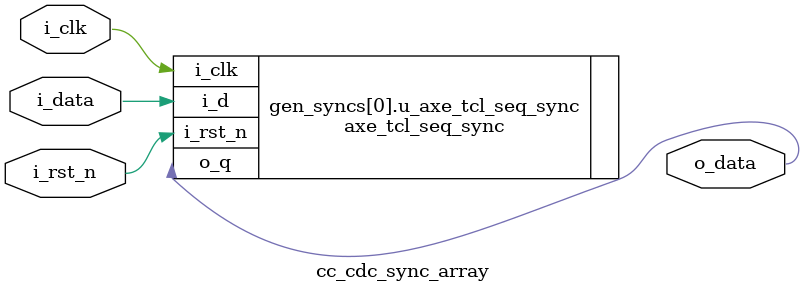
<source format=sv>


module cc_cdc_sync_array #(
  /// The number of synchronization stages for all synchronizers
  parameter int unsigned SyncStages = 1,
  /// The array width
  parameter int unsigned Width = 1,
  /// The reset state for the sync cells
  parameter logic[Width-1:0] ResetValues = '0
)(
  /// Clock, positive edge triggered
  input  wire             i_clk,
  // doc async
  /// Asynchronous reset, active low
  input  wire             i_rst_n,
  /// Asynchronous data to be synched to 'i_clk'
  input  logic[Width-1:0] i_data,
  /// Synchronized data
  output logic[Width-1:0] o_data
);
  // Parameter checks
  if (Width == 0) $fatal(1, "Parameter: 'Width' must be greater than 0;");

  for (genvar i = 0; unsigned'(i) < Width; i++) begin : gen_syncs
    axe_tcl_seq_sync #(
      .SyncStages(SyncStages),
      .ResetValue(ResetValues[i])
    ) u_axe_tcl_seq_sync (
      .i_clk,
      .i_rst_n,
      .i_d    (i_data[i]),
      .o_q    (o_data[i])
    );
  end
endmodule

</source>
